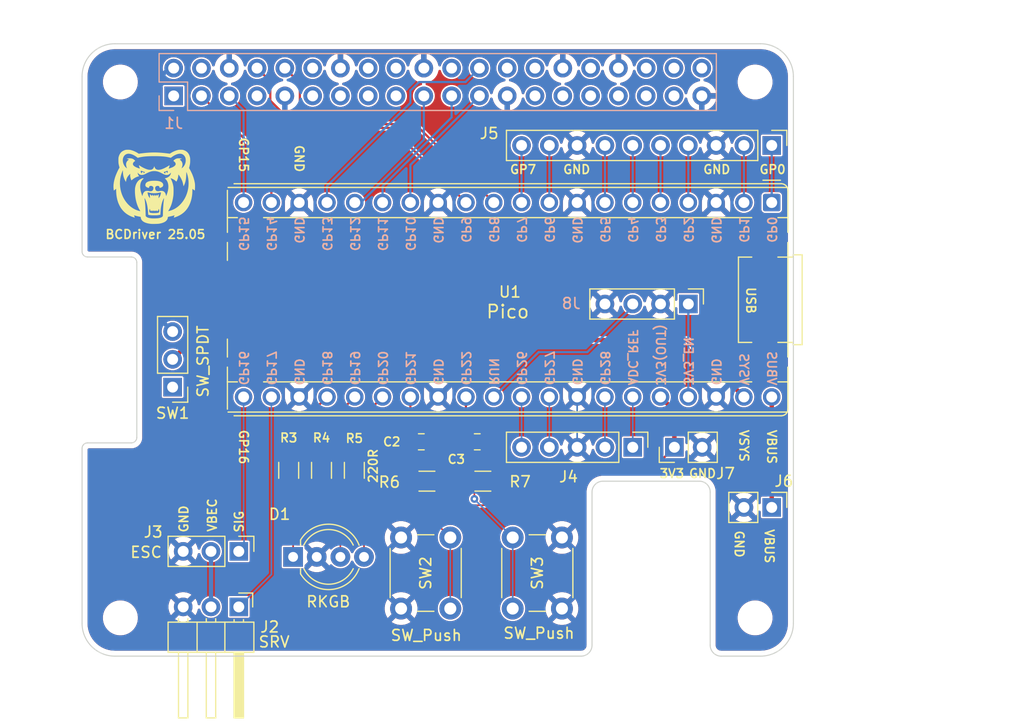
<source format=kicad_pcb>
(kicad_pcb (version 20241229) (generator "pcbnew") (generator_version "9.0")
  (title_block (date "15 nov 2012"))
  (layers (0 "F.Cu" signal) (4 "In1.Cu" signal) (6 "In2.Cu" signal) (2 "B.Cu" signal) (13 "F.Paste" user) (15 "B.Paste" user) (5 "F.SilkS" user "F.Silkscreen") (7 "B.SilkS" user "B.Silkscreen") (1 "F.Mask" user) (3 "B.Mask" user) (25 "Edge.Cuts" user))
  (net 0 "")
  (net 1 "GND")
  (net 2 "/B_LED")
  (net 3 "/R_LED")
  (net 4 "/GPIO4{slash}GPCLK0")
  (net 5 "/G_LED")
  (net 6 "/SDA")
  (net 7 "/GPIO17")
  (net 8 "/GPIO18{slash}PCM.CLK")
  (net 9 "/GPIO27")
  (net 10 "/GPIO22")
  (net 11 "/GPIO23")
  (net 12 "/GPIO24")
  (net 13 "/CE0")
  (net 14 "/RXD")
  (net 15 "/GPIO25")
  (net 16 "/TXD")
  (net 17 "/SCL")
  (net 18 "/GPIO7{slash}SPI0.CE1")
  (net 19 "/ID_SDA")
  (net 20 "/ID_SCL")
  (net 21 "/GPIO5")
  (net 22 "/GPIO6")
  (net 23 "/GPIO12{slash}PWM0")
  (net 24 "/GPIO13{slash}PWM1")
  (net 25 "/GPIO19{slash}PCM.FS")
  (net 26 "/GPIO16")
  (net 27 "/GPIO26")
  (net 28 "/GPIO20{slash}PCM.DIN")
  (net 29 "/GPIO21{slash}PCM.DOUT")
  (net 30 "+5V")
  (net 31 "+3V3")
  (net 32 "/MISO")
  (net 33 "/GP5")
  (net 34 "/MOSI")
  (net 35 "/SCLK")
  (net 36 "VBEC")
  (net 37 "/SERVO_SIG")
  (net 38 "/ESC_SIG")
  (net 39 "Net-(D1-BA)")
  (net 40 "/ADC_VREF")
  (net 41 "Net-(D1-RA)")
  (net 42 "Net-(D1-GA)")
  (net 43 "/GP4")
  (net 44 "/GP0")
  (net 45 "/GP2")
  (net 46 "/GP1")
  (net 47 "/GP3")
  (net 48 "/GP7")
  (net 49 "VBUS")
  (net 50 "/ADC2")
  (net 51 "VSYS")
  (net 52 "/ADC1")
  (net 53 "/ADC0")
  (net 54 "3V3_OUT")
  (net 55 "/RUN")
  (net 56 "/3V3_EN")
  (net 57 "/GP6")
  (net 58 "/SW1")
  (net 59 "/SW2")
  (footprint "Connector_PinHeader_2.54mm:PinHeader_1x03_P2.54mm_Vertical" (layer "F.Cu") (at 114.32 90.42 -90)
    (property "Reference" "J3" (at -1.77 7.82 180) (layer "F.SilkS"))
    (property "Value" "ESC" (at 0.08 8.47 180) (layer "F.SilkS"))
    (pad "1" thru_hole rect (at 0 0 270) (size 1.7 1.7) (drill 1) (layers "*.Cu" "*.Mask") (net 38 "/ESC_SIG"))
    (pad "2" thru_hole circle (at 0 2.54 270) (size 1.7 1.7) (drill 1) (layers "*.Cu" "*.Mask") (net 36 "VBEC"))
    (pad "3" thru_hole circle (at 0 5.08 270) (size 1.7 1.7) (drill 1) (layers "*.Cu" "*.Mask") (net 1 "GND"))
  )
  (footprint "MountingHole:MountingHole_2.7mm_M2.5" (layer "F.Cu") (at 161.5 47.5)
    (property "Reference" "MH2" (hide yes))
    (property "Value" "MountingHole_2.7mm_M2.5" (hide yes))
    (pad "" np_thru_hole circle (at 0 0) (size 2.7 2.7) (drill 2.7) (layers "*.Cu" "*.Mask"))
  )
  (footprint "Connector_PinHeader_2.54mm:PinHeader_1x03_P2.54mm_Vertical" (layer "F.Cu") (at 108.275 75.4 180)
    (property "Reference" "SW1" (at 0 -2.38 0) (layer "F.SilkS"))
    (property "Value" "SW_SPDT" (at -2.775 2.35 90) (layer "F.SilkS"))
    (pad "1" thru_hole rect (at 0 0 180) (size 1.7 1.7) (drill 1) (layers "*.Cu" "*.Mask"))
    (pad "2" thru_hole circle (at 0 2.54 180) (size 1.7 1.7) (drill 1) (layers "*.Cu" "*.Mask") (net 51 "VSYS"))
    (pad "3" thru_hole circle (at 0 5.08 180) (size 1.7 1.7) (drill 1) (layers "*.Cu" "*.Mask") (net 30 "+5V"))
  )
  (footprint "Resistor_SMD:R_1206_3216Metric_Pad1.30x1.75mm_HandSolder" (layer "F.Cu") (at 118.88 83.01 90)
    (property "Reference" "R3" (at 2.97 0 180) (layer "F.SilkS") (effects (font (size 0.8 0.8))))
    (property "Value" "220R" (hide yes))
    (pad "1" smd roundrect (at -1.55 0 90) (size 1.3 1.75) (layers "F.Cu" "F.Mask" "F.Paste") (roundrect_rratio 0.192308) (net 41 "Net-(D1-RA)"))
    (pad "2" smd roundrect (at 1.55 0 90) (size 1.3 1.75) (layers "F.Cu" "F.Mask" "F.Paste") (roundrect_rratio 0.192308) (net 3 "/R_LED"))
  )
  (footprint "Connector_PinHeader_2.54mm:PinHeader_1x04_P2.54mm_Vertical" (layer "F.Cu") (at 155.4 67.8 -90)
    (property "Reference" "J8" (at -0.05 10.7 180) (layer "B.SilkS") (effects (justify mirror)))
    (property "Value" "FUNC")
    (pad "1" thru_hole rect (at 0 0 270) (size 1.7 1.7) (drill 1) (layers "*.Cu" "*.Mask") (net 56 "/3V3_EN"))
    (pad "2" thru_hole circle (at 0 2.54 270) (size 1.7 1.7) (drill 1) (layers "*.Cu" "*.Mask") (net 1 "GND"))
    (pad "3" thru_hole circle (at 0 5.08 270) (size 1.7 1.7) (drill 1) (layers "*.Cu" "*.Mask") (net 55 "/RUN"))
    (pad "4" thru_hole circle (at 0 7.62 270) (size 1.7 1.7) (drill 1) (layers "*.Cu" "*.Mask") (net 1 "GND"))
  )
  (footprint "LED_THT:LED_D5.0mm-4_RGB_Wide_Pins" (layer "F.Cu") (at 119.285 90.925)
    (property "Reference" "D1" (at -1.235 -3.9 0) (layer "F.SilkS"))
    (property "Value" "RKGB" (at 3.215 4.1 0) (layer "F.SilkS"))
    (pad "1" thru_hole rect (at 0 0) (size 1.8 1.8) (drill 0.9) (layers "*.Cu" "*.Mask") (net 41 "Net-(D1-RA)"))
    (pad "2" thru_hole circle (at 2.159 0) (size 1.8 1.8) (drill 0.9) (layers "*.Cu" "*.Mask") (net 1 "GND"))
    (pad "3" thru_hole circle (at 4.318 0) (size 1.8 1.8) (drill 0.9) (layers "*.Cu" "*.Mask") (net 42 "Net-(D1-GA)"))
    (pad "4" thru_hole circle (at 6.477 0) (size 1.8 1.8) (drill 0.9) (layers "*.Cu" "*.Mask") (net 39 "Net-(D1-BA)"))
  )
  (footprint "Resistor_SMD:R_1206_3216Metric_Pad1.30x1.75mm_HandSolder" (layer "F.Cu") (at 121.88 83.01 90)
    (property "Reference" "R4" (at 2.97 0 180) (layer "F.SilkS") (effects (font (size 0.8 0.8))))
    (property "Value" "220R" (hide yes))
    (pad "1" smd roundrect (at -1.55 0 90) (size 1.3 1.75) (layers "F.Cu" "F.Mask" "F.Paste") (roundrect_rratio 0.192308) (net 42 "Net-(D1-GA)"))
    (pad "2" smd roundrect (at 1.55 0 90) (size 1.3 1.75) (layers "F.Cu" "F.Mask" "F.Paste") (roundrect_rratio 0.192308) (net 5 "/G_LED"))
  )
  (footprint "RaspberryPi_Pico:RaspberryPi_Pico_Common_THT" (layer "F.Cu") (at 163.02 58.52 -90)
    (property "Reference" "U1" (at 8.18 25.02 0) (layer "F.SilkS") (effects (justify left)))
    (property "Value" "Pico" (at 9.98 24.12 0) (layer "F.SilkS") (effects (font (size 1.2 1.2) (thickness 0.16))))
    (fp_text user "GP16" (at 20.7 48.26 270) (layer "F.SilkS") (effects (font (size 0.8 0.8)) (justify left)))
    (fp_text user "VSYS" (at 20.7 2.54 270) (layer "F.SilkS") (effects (font (size 0.8 0.8)) (justify left)))
    (fp_text user "USB" (at 7.65 2.375 270) (layer "F.SilkS") (effects (font (size 0.8 0.8) (thickness 0.15) (bold yes)) (justify left bottom)))
    (fp_text user "GND" (at -2.7 43.18 270) (layer "F.SilkS") (effects (font (size 0.8 0.8)) (justify right)))
    (fp_text user "VBUS" (at 20.7 0 270) (layer "F.SilkS") (effects (font (size 0.8 0.8)) (justify left)))
    (fp_text user "GP15" (at -2.7 48.26 270) (layer "F.SilkS") (effects (font (size 0.8 0.8)) (justify right)))
    (fp_text user "GP7" (at 1.2 22.86 270) (layer "B.SilkS") (effects (font (size 0.8 0.8)) (justify right mirror)))
    (fp_text user "GND" (at 16.8 30.48 270) (layer "B.SilkS") (effects (font (size 0.8 0.8)) (justify left mirror)))
    (fp_text user "GP16" (at 16.8 48.26 270) (layer "B.SilkS") (effects (font (size 0.8 0.8)) (justify left mirror)))
    (fp_text user "GP2" (at 1.2 7.62 270) (layer "B.SilkS") (effects (font (size 0.8 0.8)) (justify right mirror)))
    (fp_text user "GP22" (at 16.8 27.94 270) (layer "B.SilkS") (effects (font (size 0.8 0.8)) (justify left mirror)))
    (fp_text user "GND" (at 1.2 43.18 270) (layer "B.SilkS") (effects (font (size 0.8 0.8)) (justify right mirror)))
    (fp_text user "GP19" (at 16.8 38.1 270) (layer "B.SilkS") (effects (font (size 0.8 0.8)) (justify left mirror)))
    (fp_text user "3V3(OUT)" (at 16.8 10.16 270) (layer "B.SilkS") (effects (font (size 0.8 0.8)) (justify left mirror)))
    (fp_text user "GP10" (at 1.2 33.02 270) (layer "B.SilkS") (effects (font (size 0.8 0.8)) (justify right mirror)))
    (fp_text user "GND" (at 16.8 17.78 270) (layer "B.SilkS") (effects (font (size 0.8 0.8)) (justify left mirror)))
    (fp_text user "VBUS" (at 16.8 0 270) (layer "B.SilkS") (effects (font (size 0.8 0.8)) (justify left mirror)))
    (fp_text user "GP13" (at 1.2 40.64 270) (layer "B.SilkS") (effects (font (size 0.8 0.8)) (justify right mirror)))
    (fp_text user "GP6" (at 1.2 20.32 270) (layer "B.SilkS") (effects (font (size 0.8 0.8)) (justify right mirror)))
    (fp_text user "GP18" (at 16.8 40.64 270) (layer "B.SilkS") (effects (font (size 0.8 0.8)) (justify left mirror)))
    (fp_text user "GP14" (at 1.2 45.72 270) (layer "B.SilkS") (effects (font (size 0.8 0.8)) (justify right mirror)))
    (fp_text user "RUN" (at 16.8 25.4 270) (layer "B.SilkS") (effects (font (size 0.8 0.8)) (justify left mirror)))
    (fp_text user "3V3_EN" (at 16.8 7.62 270) (layer "B.SilkS") (effects (font (size 0.8 0.8)) (justify left mirror)))
    (fp_text user "GP17" (at 16.8 45.72 270) (layer "B.SilkS") (effects (font (size 0.8 0.8)) (justify left mirror)))
    (fp_text user "GP28" (at 16.8 15.24 270) (layer "B.SilkS") (effects (font (size 0.8 0.8)) (justify left mirror)))
    (fp_text user "GP5" (at 1.2 15.24 270) (layer "B.SilkS") (effects (font (size 0.8 0.8)) (justify right mirror)))
    (fp_text user "GP9" (at 1.2 27.94 270) (layer "B.SilkS") (effects (font (size 0.8 0.8)) (justify right mirror)))
    (fp_text user "GND" (at 1.2 17.78 270) (layer "B.SilkS") (effects (font (size 0.8 0.8)) (justify right mirror)))
    (fp_text user "GP20" (at 16.8 35.56 270) (layer "B.SilkS") (effects (font (size 0.8 0.8)) (justify left mirror)))
    (fp_text user "GP15" (at 1.2 48.26 270) (layer "B.SilkS") (effects (font (size 0.8 0.8)) (justify right mirror)))
    (fp_text user "GP27" (at 16.8 20.32 270) (layer "B.SilkS") (effects (font (size 0.8 0.8)) (justify left mirror)))
    (fp_text user "GND" (at 1.2 5.08 270) (layer "B.SilkS") (effects (font (size 0.8 0.8)) (justify right mirror)))
    (fp_text user "GP11" (at 1.2 35.56 270) (layer "B.SilkS") (effects (font (size 0.8 0.8)) (justify right mirror)))
    (fp_text user "ADC_REF" (at 16.8 12.7 270) (layer "B.SilkS") (effects (font (size 0.8 0.8)) (justify left mirror)))
    (fp_text user "GP21" (at 16.8 33.02 270) (layer "B.SilkS") (effects (font (size 0.8 0.8)) (justify left mirror)))
    (fp_text user "GP12" (at 1.2 38.1 270) (layer "B.SilkS") (effects (font (size 0.8 0.8)) (justify right mirror)))
    (fp_text user "GP3" (at 1.2 10.16 270) (layer "B.SilkS") (effects (font (size 0.8 0.8)) (justify right mirror)))
    (fp_text user "VSYS" (at 16.8 2.54 270) (layer "B.SilkS") (effects (font (size 0.8 0.8)) (justify left mirror)))
    (fp_text user "GP8" (at 1.2 25.4 270) (layer "B.SilkS") (effects (font (size 0.8 0.8)) (justify right mirror)))
    (fp_text user "GP4" (at 1.2 12.7 270) (layer "B.SilkS") (effects (font (size 0.8 0.8)) (justify right mirror)))
    (fp_text user "GND" (at 16.8 43.18 270) (layer "B.SilkS") (effects (font (size 0.8 0.8)) (justify left mirror)))
    (fp_text user "GND" (at 1.2 30.48 270) (layer "B.SilkS") (effects (font (size 0.8 0.8)) (justify right mirror)))
    (fp_text user "GP0" (at 1.2 0 270) (layer "B.SilkS") (effects (font (size 0.8 0.8)) (justify right mirror)))
    (fp_text user "GP1" (at 1.2 2.54 270) (layer "B.SilkS") (effects (font (size 0.8 0.8)) (justify right mirror)))
    (fp_text user "GND" (at 16.8 5.08 270) (layer "B.SilkS") (effects (font (size 0.8 0.8)) (justify left mirror)))
    (fp_text user "GP26" (at 16.8 22.86 270) (layer "B.SilkS") (effects (font (size 0.8 0.8)) (justify left mirror)))
    (pad "1" thru_hole roundrect (at 0 0 270) (size 1.6 1.6) (drill 1) (layers "*.Cu" "*.Mask") (roundrect_rratio 0.125) (net 44 "/GP0"))
    (pad "2" thru_hole circle (at 0 2.54 270) (size 1.6 1.6) (drill 1) (layers "*.Cu" "*.Mask") (net 46 "/GP1"))
    (pad "3" thru_hole custom (at 0 5.08 270) (size 1.6 1.6) (drill 1) (layers "*.Cu" "*.Mask") (net 1 "GND") (options (clearance outline) (anchor circle)) (primitives (gr_poly (pts (xy 0.8 0.6) (xy 0.8 -0.6) (xy 0.6 -0.8) (xy 0 -0.8) (xy 0 0.8) (xy 0.6 0.8)) (width 0) (fill yes)) (gr_circle (center 0.6 0.6) (end 0.8 0.6) (width 0) (fill yes)) (gr_circle (center 0.6 -0.6) (end 0.8 -0.6) (width 0) (fill yes))))
    (pad "4" thru_hole circle (at 0 7.62 270) (size 1.6 1.6) (drill 1) (layers "*.Cu" "*.Mask") (net 45 "/GP2"))
    (pad "5" thru_hole circle (at 0 10.16 270) (size 1.6 1.6) (drill 1) (layers "*.Cu" "*.Mask") (net 47 "/GP3"))
    (pad "6" thru_hole circle (at 0 12.7 270) (size 1.6 1.6) (drill 1) (layers "*.Cu" "*.Mask") (net 43 "/GP4"))
    (pad "7" thru_hole circle (at 0 15.24 270) (size 1.6 1.6) (drill 1) (layers "*.Cu" "*.Mask") (net 33 "/GP5"))
    (pad "8" thru_hole custom (at 0 17.78 270) (size 1.6 1.6) (drill 1) (layers "*.Cu" "*.Mask") (net 1 "GND") (options (clearance outline) (anchor circle)) (primitives (gr_poly (pts (xy 0.8 0.6) (xy 0.8 -0.6) (xy 0.6 -0.8) (xy 0 -0.8) (xy 0 0.8) (xy 0.6 0.8)) (width 0) (fill yes)) (gr_circle (center 0.6 0.6) (end 0.8 0.6) (width 0) (fill yes)) (gr_circle (center 0.6 -0.6) (end 0.8 -0.6) (width 0) (fill yes))))
    (pad "9" thru_hole circle (at 0 20.32 270) (size 1.6 1.6) (drill 1) (layers "*.Cu" "*.Mask") (net 57 "/GP6"))
    (pad "10" thru_hole circle (at 0 22.86 270) (size 1.6 1.6) (drill 1) (layers "*.Cu" "*.Mask") (net 48 "/GP7"))
    (pad "11" thru_hole circle (at 0 25.4 270) (size 1.6 1.6) (drill 1) (layers "*.Cu" "*.Mask") (net 14 "/RXD"))
    (pad "12" thru_hole circle (at 0 27.94 270) (size 1.6 1.6) (drill 1) (layers "*.Cu" "*.Mask") (net 16 "/TXD"))
    (pad "13" thru_hole custom (at 0 30.48 270) (size 1.6 1.6) (drill 1) (layers "*.Cu" "*.Mask") (net 1 "GND") (options (clearance outline) (anchor circle)) (primitives (gr_poly (pts (xy 0.8 0.6) (xy 0.8 -0.6) (xy 0.6 -0.8) (xy 0 -0.8) (xy 0 0.8) (xy 0.6 0.8)) (width 0) (fill yes)) (gr_circle (center 0.6 0.6) (end 0.8 0.6) (width 0) (fill yes)) (gr_circle (center 0.6 -0.6) (end 0.8 -0.6) (width 0) (fill yes))))
    (pad "14" thru_hole circle (at 0 33.02 270) (size 1.6 1.6) (drill 1) (layers "*.Cu" "*.Mask") (net 35 "/SCLK"))
    (pad "15" thru_hole circle (at 0 35.56 270) (size 1.6 1.6) (drill 1) (layers "*.Cu" "*.Mask") (net 32 "/MISO"))
    (pad "16" thru_hole circle (at 0 38.1 270) (size 1.6 1.6) (drill 1) (layers "*.Cu" "*.Mask") (net 34 "/MOSI"))
    (pad "17" thru_hole circle (at 0 40.64 270) (size 1.6 1.6) (drill 1) (layers "*.Cu" "*.Mask") (net 13 "/CE0"))
    (pad "18" thru_hole custom (at 0 43.18 270) (size 1.6 1.6) (drill 1) (layers "*.Cu" "*.Mask") (net 1 "GND") (options (clearance outline) (anchor circle)) (primitives (gr_poly (pts (xy 0.8 0.6) (xy 0.8 -0.6) (xy 0.6 -0.8) (xy 0 -0.8) (xy 0 0.8) (xy 0.6 0.8)) (width 0) (fill yes)) (gr_circle (center 0.6 0.6) (end 0.8 0.6) (width 0) (fill yes)) (gr_circle (center 0.6 -0.6) (end 0.8 -0.6) (width 0) (fill yes))))
    (pad "19" thru_hole circle (at 0 45.72 270) (size 1.6 1.6) (drill 1) (layers "*.Cu" "*.Mask") (net 6 "/SDA"))
    (pad "20" thru_hole circle (at 0 48.26 270) (size 1.6 1.6) (drill 1) (layers "*.Cu" "*.Mask") (net 17 "/SCL"))
    (pad "21" thru_hole circle (at 17.78 48.26 270) (size 1.6 1.6) (drill 1) (layers "*.Cu" "*.Mask") (net 38 "/ESC_SIG"))
    (pad "22" thru_hole circle (at 17.78 45.72 270) (size 1.6 1.6) (drill 1) (layers "*.Cu" "*.Mask") (net 37 "/SERVO_SIG"))
    (pad "23" thru_hole custom (at 17.78 43.18 270) (size 1.6 1.6) (drill 1) (layers "*.Cu" "*.Mask") (net 1 "GND") (options (clearance outline) (anchor circle)) (primitives (gr_poly (pts (xy -0.8 0.6) (xy -0.8 -0.6) (xy -0.6 -0.8) (xy 0 -0.8) (xy 0 0.8) (xy -0.6 0.8)) (width 0) (fill yes)) (gr_circle (center -0.6 0.6) (end -0.4 0.6) (width 0) (fill yes)) (gr_circle (center -0.6 -0.6) (end -0.4 -0.6) (width 0) (fill yes))))
    (pad "24" thru_hole circle (at 17.78 40.64 270) (size 1.6 1.6) (drill 1) (layers "*.Cu" "*.Mask") (net 3 "/R_LED"))
    (pad "25" thru_hole circle (at 17.78 38.1 270) (size 1.6 1.6) (drill 1) (layers "*.Cu" "*.Mask") (net 5 "/G_LED"))
    (pad "26" thru_hole circle (at 17.78 35.56 270) (size 1.6 1.6) (drill 1) (layers "*.Cu" "*.Mask") (net 2 "/B_LED"))
    (pad "27" thru_hole circle (at 17.78 33.02 270) (size 1.6 1.6) (drill 1) (layers "*.Cu" "*.Mask") (net 58 "/SW1"))
    (pad "28" thru_hole custom (at 17.78 30.48 270) (size 1.6 1.6) (drill 1) (layers "*.Cu" "*.Mask") (net 1 "GND") (options (clearance outline) (anchor circle)) (primitives (gr_poly (pts (xy -0.8 0.6) (xy -0.8 -0.6) (xy -0.6 -0.8) (xy 0 -0.8) (xy 0 0.8) (xy -0.6 0.8)) (width 0) (fill yes)) (gr_circle (center -0.6 0.6) (end -0.4 0.6) (width 0) (fill yes)) (gr_circle (center -0.6 -0.6) (end -0.4 -0.6) (width 0) (fill yes))))
    (pad "29" thru_hole circle (at 17.78 27.94 270) (size 1.6 1.6) (drill 1) (layers "*.Cu" "*.Mask") (net 59 "/SW2"))
    (pad "30" thru_hole circle (at 17.78 25.4 270) (size 1.6 1.6) (drill 1) (layers "*.Cu" "*.Mask") (net 55 "/RUN"))
    (pad "31" thru_hole circle (at 17.78 22.86 270) (size 1.6 1.6) (drill 1) (layers "*.Cu" "*.Mask") (net 53 "/ADC0"))
    (pad "32" thru_hole circle (at 17.78 20.32 270) (size 1.6 1.6) (drill 1) (layers "*.Cu" "*.Mask") (net 52 "/ADC1"))
    (pad "33" thru_hole custom (at 17.78 17.78 270) (size 1.6 1.6) (drill 1) (layers "*.Cu" "*.Mask") (net 1 "GND") (options (clearance outline) (anchor circle)) (primitives (gr_poly (pts (xy -0.8 0.6) (xy -0.8 -0.6) (xy -0.6 -0.8) (xy 0 -0.8) (xy 0 0.8) (xy -0.6 0.8)) (width 0) (fill yes)) (gr_circle (center -0.6 0.6) (end -0.4 0.6) (width 0) (fill yes)) (gr_circle (center -0.6 -0.6) (end -0.4 -0.6) (width 0) (fill yes))))
    (pad "34" thru_hole circle (at 17.78 15.24 270) (size 1.6 1.6) (drill 1) (layers "*.Cu" "*.Mask") (net 50 "/ADC2"))
    (pad "35" thru_hole circle (at 17.78 12.7 270) (size 1.6 1.6) (drill 1) (layers "*.Cu" "*.Mask") (net 40 "/ADC_VREF"))
    (pad "36" thru_hole circle (at 17.78 10.16 270) (size 1.6 1.6) (drill 1) (layers "*.Cu" "*.Mask") (net 54 "3V3_OUT"))
    (pad "37" thru_hole circle (at 17.78 7.62 270) (size 1.6 1.6) (drill 1) (layers "*.Cu" "*.Mask") (net 56 "/3V3_EN"))
    (pad "38" thru_hole custom (at 17.78 5.08 270) (size 1.6 1.6) (drill 1) (layers "*.Cu" "*.Mask") (net 1 "GND") (options (clearance outline) (anchor circle)) (primitives (gr_poly (pts (xy -0.8 0.6) (xy -0.8 -0.6) (xy -0.6 -0.8) (xy 0 -0.8) (xy 0 0.8) (xy -0.6 0.8)) (width 0) (fill yes)) (gr_circle (center -0.6 0.6) (end -0.4 0.6) (width 0) (fill yes)) (gr_circle (center -0.6 -0.6) (end -0.4 -0.6) (width 0) (fill yes))))
    (pad "39" thru_hole circle (at 17.78 2.54 270) (size 1.6 1.6) (drill 1) (layers "*.Cu" "*.Mask") (net 51 "VSYS"))
    (pad "40" thru_hole circle (at 17.78 0 270) (size 1.6 1.6) (drill 1) (layers "*.Cu" "*.Mask") (net 49 "VBUS"))
  )
  (footprint "MountingHole:MountingHole_2.7mm_M2.5" (layer "F.Cu") (at 103.5 96.5)
    (property "Reference" "MH3" (hide yes))
    (property "Value" "MountingHole_2.7mm_M2.5" (hide yes))
    (pad "" np_thru_hole circle (at 0 0) (size 2.7 2.7) (drill 2.7) (layers "*.Cu" "*.Mask"))
  )
  (footprint "Resistor_SMD:R_1206_3216Metric_Pad1.30x1.75mm_HandSolder" (layer "F.Cu") (at 124.88 83.01 90)
    (property "Reference" "R5" (at 2.92 0 180) (layer "F.SilkS") (effects (font (size 0.8 0.8))))
    (property "Value" "220R" (at 0.41 1.72 90) (layer "F.SilkS") (effects (font (size 0.8 0.8))))
    (pad "1" smd roundrect (at -1.55 0 90) (size 1.3 1.75) (layers "F.Cu" "F.Mask" "F.Paste") (roundrect_rratio 0.192308) (net 39 "Net-(D1-BA)"))
    (pad "2" smd roundrect (at 1.55 0 90) (size 1.3 1.75) (layers "F.Cu" "F.Mask" "F.Paste") (roundrect_rratio 0.192308) (net 2 "/B_LED"))
  )
  (footprint "MountingHole:MountingHole_2.7mm_M2.5" (layer "F.Cu") (at 103.5 47.5)
    (property "Reference" "MH1" (hide yes))
    (property "Value" "MountingHole_2.7mm_M2.5" (hide yes))
    (pad "" np_thru_hole circle (at 0 0) (size 2.7 2.7) (drill 2.7) (layers "*.Cu" "*.Mask"))
  )
  (footprint "Resistor_SMD:R_1206_3216Metric_Pad1.30x1.75mm_HandSolder" (layer "F.Cu") (at 131.5125 84)
    (property "Reference" "R6" (at -3.43 0.09 0) (layer "F.SilkS"))
    (property "Value" "1k")
    (pad "1" smd roundrect (at -1.55 0) (size 1.3 1.75) (layers "F.Cu" "F.Mask" "F.Paste") (roundrect_rratio 0.192308) (net 58 "/SW1"))
    (pad "2" smd roundrect (at 1.55 0) (size 1.3 1.75) (layers "F.Cu" "F.Mask" "F.Paste") (roundrect_rratio 0.192308) (net 54 "3V3_OUT"))
  )
  (footprint "Connector_PinHeader_2.54mm:PinHeader_1x03_P2.54mm_Horizontal" (layer "F.Cu") (at 114.32 95.5 -90)
    (property "Reference" "J2" (at 1.83 -2.83 180) (layer "F.SilkS"))
    (property "Value" "SRV" (at 3.2 -3.23 0) (layer "F.SilkS"))
    (pad "1" thru_hole rect (at 0 0 270) (size 1.7 1.7) (drill 1) (layers "*.Cu" "*.Mask") (net 37 "/SERVO_SIG"))
    (pad "2" thru_hole circle (at 0 2.54 270) (size 1.7 1.7) (drill 1) (layers "*.Cu" "*.Mask") (net 36 "VBEC"))
    (pad "3" thru_hole circle (at 0 5.08 270) (size 1.7 1.7) (drill 1) (layers "*.Cu" "*.Mask") (net 1 "GND"))
  )
  (footprint "Resistor_SMD:R_1206_3216Metric_Pad1.30x1.75mm_HandSolder" (layer "F.Cu") (at 136.625 84)
    (property "Reference" "R7" (at 3.4 0.05 0) (layer "F.SilkS"))
    (property "Value" "1k")
    (pad "1" smd roundrect (at -1.55 0) (size 1.3 1.75) (layers "F.Cu" "F.Mask" "F.Paste") (roundrect_rratio 0.192308) (net 59 "/SW2"))
    (pad "2" smd roundrect (at 1.55 0) (size 1.3 1.75) (layers "F.Cu" "F.Mask" "F.Paste") (roundrect_rratio 0.192308) (net 54 "3V3_OUT"))
  )
  (footprint "Capacitor_SMD:C_0805_2012Metric_Pad1.18x1.45mm_HandSolder" (layer "F.Cu") (at 131 80.4)
    (property "Reference" "C2" (at -2.7 0 0) (layer "F.SilkS") (effects (font (size 0.8 0.8))))
    (property "Value" "100n")
    (pad "1" smd roundrect (at -1.0375 0) (size 1.175 1.45) (layers "F.Cu" "F.Mask" "F.Paste") (roundrect_rratio 0.212766) (net 58 "/SW1"))
    (pad "2" smd roundrect (at 1.0375 0) (size 1.175 1.45) (layers "F.Cu" "F.Mask" "F.Paste") (roundrect_rratio 0.212766) (net 1 "GND"))
  )
  (footprint "Connector_PinHeader_2.54mm:PinHeader_1x02_P2.54mm_Vertical" (layer "F.Cu") (at 154.125 80.9 90)
    (property "Reference" "J7" (at -2.4 4.675 180) (layer "F.SilkS"))
    (property "Value" "3V3_OUT")
    (pad "1" thru_hole rect (at 0 0 90) (size 1.7 1.7) (drill 1) (layers "*.Cu" "*.Mask") (net 54 "3V3_OUT"))
    (pad "2" thru_hole circle (at 0 2.54 90) (size 1.7 1.7) (drill 1) (layers "*.Cu" "*.Mask") (net 1 "GND"))
  )
  (footprint "Button_Switch_THT:SW_PUSH_6mm_H5mm" (layer "F.Cu") (at 143.85 89.15 -90)
    (property "Reference" "SW3")
    (property "Value" "SW_Push" (at 8.75 2.1 180) (layer "F.SilkS"))
    (fp_text user "${REFERENCE}" (at 3.25 2.25 90) (layer "F.SilkS"))
    (pad "1" thru_hole circle (at 0 0) (size 2 2) (drill 1.1) (layers "*.Cu" "*.Mask") (net 1 "GND"))
    (pad "1" thru_hole circle (at 6.5 0) (size 2 2) (drill 1.1) (layers "*.Cu" "*.Mask") (net 1 "GND"))
    (pad "2" thru_hole circle (at 0 4.5) (size 2 2) (drill 1.1) (layers "*.Cu" "*.Mask") (net 59 "/SW2"))
    (pad "2" thru_hole circle (at 6.5 4.5) (size 2 2) (drill 1.1) (layers "*.Cu" "*.Mask") (net 59 "/SW2"))
  )
  (footprint "MountingHole:MountingHole_2.7mm_M2.5" (layer "F.Cu") (at 161.5 96.5)
    (property "Reference" "MH4" (hide yes))
    (property "Value" "MountingHole_2.7mm_M2.5" (hide yes))
    (pad "" np_thru_hole circle (at 0 0) (size 2.7 2.7) (drill 2.7) (layers "*.Cu" "*.Mask"))
  )
  (footprint "Connector_PinHeader_2.54mm:PinHeader_1x05_P2.54mm_Vertical" (layer "F.Cu") (at 150.32 80.9 -90)
    (property "Reference" "J4" (at 2.7 5.87 180) (layer "F.SilkS"))
    (property "Value" "ADC")
    (pad "1" thru_hole rect (at 0 0 270) (size 1.7 1.7) (drill 1) (layers "*.Cu" "*.Mask") (net 40 "/ADC_VREF"))
    (pad "2" thru_hole circle (at 0 2.54 270) (size 1.7 1.7) (drill 1) (layers "*.Cu" "*.Mask") (net 50 "/ADC2"))
    (pad "3" thru_hole circle (at 0 5.08 270) (size 1.7 1.7) (drill 1) (layers "*.Cu" "*.Mask") (net 1 "GND"))
    (pad "4" thru_hole circle (at 0 7.62 270) (size 1.7 1.7) (drill 1) (layers "*.Cu" "*.Mask") (net 52 "/ADC1"))
    (pad "5" thru_hole circle (at 0 10.16 270) (size 1.7 1.7) (drill 1) (layers "*.Cu" "*.Mask") (net 53 "/ADC0"))
  )
  (footprint "logo_lib:bear_logo" (layer "F.Cu") (at 106.6 57.1)
    (property "Reference" "G***" (hide yes))
    (property "Value" "LOGO" (hide yes))
  )
  (footprint "Connector_PinHeader_2.54mm:PinHeader_1x02_P2.54mm_Vertical" (layer "F.Cu") (at 163.02 86.4 -90)
    (property "Reference" "J6" (at -2.4 -1.11 180) (layer "F.SilkS"))
    (property "Value" "VBUS_OUT")
    (pad "1" thru_hole rect (at 0 0 270) (size 1.7 1.7) (drill 1) (layers "*.Cu" "*.Mask") (net 49 "VBUS"))
    (pad "2" thru_hole circle (at 0 2.54 270) (size 1.7 1.7) (drill 1) (layers "*.Cu" "*.Mask") (net 1 "GND"))
  )
  (footprint "Button_Switch_THT:SW_PUSH_6mm_H5mm" (layer "F.Cu") (at 129.15 95.65 90)
    (property "Reference" "SW2")
    (property "Value" "SW_Push" (at -2.45 2.3 180) (layer "F.SilkS"))
    (fp_text user "${REFERENCE}" (at 3.25 2.25 90) (layer "F.SilkS"))
    (pad "1" thru_hole circle (at 0 0 180) (size 2 2) (drill 1.1) (layers "*.Cu" "*.Mask") (net 1 "GND"))
    (pad "1" thru_hole circle (at 6.5 0 180) (size 2 2) (drill 1.1) (layers "*.Cu" "*.Mask") (net 1 "GND"))
    (pad "2" thru_hole circle (at 0 4.5 180) (size 2 2) (drill 1.1) (layers "*.Cu" "*.Mask") (net 58 "/SW1"))
    (pad "2" thru_hole circle (at 6.5 4.5 180) (size 2 2) (drill 1.1) (layers "*.Cu" "*.Mask") (net 58 "/SW1"))
  )
  (footprint "Connector_PinHeader_2.54mm:PinHeader_1x10_P2.54mm_Vertical" (layer "F.Cu") (at 163.02 53.3 -90)
    (property "Reference" "J5" (at -1.1 25.82 180) (layer "F.SilkS"))
    (property "Value" "GP_Breakout")
    (pad "1" thru_hole rect (at 0 0 270) (size 1.7 1.7) (drill 1) (layers "*.Cu" "*.Mask") (net 44 "/GP0"))
    (pad "2" thru_hole circle (at 0 2.54 270) (size 1.7 1.7) (drill 1) (layers "*.Cu" "*.Mask") (net 46 "/GP1"))
    (pad "3" thru_hole circle (at 0 5.08 270) (size 1.7 1.7) (drill 1) (layers "*.Cu" "*.Mask") (net 1 "GND"))
    (pad "4" thru_hole circle (at 0 7.62 270) (size 1.7 1.7) (drill 1) (layers "*.Cu" "*.Mask") (net 45 "/GP2"))
    (pad "5" thru_hole circle (at 0 10.16 270) (size 1.7 1.7) (drill 1) (layers "*.Cu" "*.Mask") (net 47 "/GP3"))
    (pad "6" thru_hole circle (at 0 12.7 270) (size 1.7 1.7) (drill 1) (layers "*.Cu" "*.Mask") (net 43 "/GP4"))
    (pad "7" thru_hole circle (at 0 15.24 270) (size 1.7 1.7) (drill 1) (layers "*.Cu" "*.Mask") (net 33 "/GP5"))
    (pad "8" thru_hole circle (at 0 17.78 270) (size 1.7 1.7) (drill 1) (layers "*.Cu" "*.Mask") (net 1 "GND"))
    (pad "9" thru_hole circle (at 0 20.32 270) (size 1.7 1.7) (drill 1) (layers "*.Cu" "*.Mask") (net 57 "/GP6"))
    (pad "10" thru_hole circle (at 0 22.86 270) (size 1.7 1.7) (drill 1) (layers "*.Cu" "*.Mask") (net 48 "/GP7"))
  )
  (footprint "Capacitor_SMD:C_0805_2012Metric_Pad1.18x1.45mm_HandSolder" (layer "F.Cu") (at 136.1125 80.4)
    (property "Reference" "C3" (at -1.9125 1.6 0) (layer "F.SilkS") (effects (font (size 0.8 0.8))))
    (property "Value" "100n")
    (pad "1" smd roundrect (at -1.0375 0) (size 1.175 1.45) (layers "F.Cu" "F.Mask" "F.Paste") (roundrect_rratio 0.212766) (net 59 "/SW2"))
    (pad "2" smd roundrect (at 1.0375 0) (size 1.175 1.45) (layers "F.Cu" "F.Mask" "F.Paste") (roundrect_rratio 0.212766) (net 1 "GND"))
  )
  (footprint "Connector_PinSocket_2.54mm:PinSocket_2x20_P2.54mm_Vertical" (layer "B.Cu") (at 108.37 48.77 -90)
    (property "Reference" "J1" (at 2.5 0 0) (layer "B.SilkS") (effects (justify mirror)))
    (property "Value" "GPIO")
    (pad "1" thru_hole rect (at 0 0 270) (size 1.7 1.7) (drill 1) (layers "*.Cu" "*.Mask") (net 31 "+3V3"))
    (pad "2" thru_hole oval (at -2.54 0 270) (size 1.7 1.7) (drill 1) (layers "*.Cu" "*.Mask") (net 30 "+5V"))
    (pad "3" thru_hole oval (at 0 -2.54 270) (size 1.7 1.7) (drill 1) (layers "*.Cu" "*.Mask") (net 6 "/SDA"))
    (pad "4" thru_hole oval (at -2.54 -2.54 270) (size 1.7 1.7) (drill 1) (layers "*.Cu" "*.Mask") (net 30 "+5V"))
    (pad "5" thru_hole oval (at 0 -5.08 270) (size 1.7 1.7) (drill 1) (layers "*.Cu" "*.Mask") (net 17 "/SCL"))
    (pad "6" thru_hole oval (at -2.54 -5.08 270) (size 1.7 1.7) (drill 1) (layers "*.Cu" "*.Mask") (net 1 "GND"))
    (pad "7" thru_hole oval (at 0 -7.62 270) (size 1.7 1.7) (drill 1) (layers "*.Cu" "*.Mask") (net 4 "/GPIO4{slash}GPCLK0"))
    (pad "8" thru_hole oval (at -2.54 -7.62 270) (size 1.7 1.7) (drill 1) (layers "*.Cu" "*.Mask") (net 16 "/TXD"))
    (pad "9" thru_hole oval (at 0 -10.16 270) (size 1.7 1.7) (drill 1) (layers "*.Cu" "*.Mask") (net 1 "GND"))
    (pad "10" thru_hole oval (at -2.54 -10.16 270) (size 1.7 1.7) (drill 1) (layers "*.Cu" "*.Mask") (net 14 "/RXD"))
    (pad "11" thru_hole oval (at 0 -12.7 270) (size 1.7 1.7) (drill 1) (layers "*.Cu" "*.Mask") (net 7 "/GPIO17"))
    (pad "12" thru_hole oval (at -2.54 -12.7 270) (size 1.7 1.7) (drill 1) (layers "*.Cu" "*.Mask") (net 8 "/GPIO18{slash}PCM.CLK"))
    (pad "13" thru_hole oval (at 0 -15.24 270) (size 1.7 1.7) (drill 1) (layers "*.Cu" "*.Mask") (net 9 "/GPIO27"))
    (pad "14" thru_hole oval (at -2.54 -15.24 270) (size 1.7 1.7) (drill 1) (layers "*.Cu" "*.Mask") (net 1 "GND"))
    (pad "15" thru_hole oval (at 0 -17.78 270) (size 1.7 1.7) (drill 1) (layers "*.Cu" "*.Mask") (net 10 "/GPIO22"))
    (pad "16" thru_hole oval (at -2.54 -17.78 270) (size 1.7 1.7) (drill 1) (layers "*.Cu" "*.Mask") (net 11 "/GPIO23"))
    (pad "17" thru_hole oval (at 0 -20.32 270) (size 1.7 1.7) (drill 1) (layers "*.Cu" "*.Mask") (net 31 "+3V3"))
    (pad "18" thru_hole oval (at -2.54 -20.32 270) (size 1.7 1.7) (drill 1) (layers "*.Cu" "*.Mask") (net 12 "/GPIO24"))
    (pad "19" thru_hole oval (at 0 -22.86 270) (size 1.7 1.7) (drill 1) (layers "*.Cu" "*.Mask") (net 34 "/MOSI"))
    (pad "20" thru_hole oval (at -2.54 -22.86 270) (size 1.7 1.7) (drill 1) (layers "*.Cu" "*.Mask") (net 1 "GND"))
    (pad "21" thru_hole oval (at 0 -25.4 270) (size 1.7 1.7) (drill 1) (layers "*.Cu" "*.Mask") (net 32 "/MISO"))
    (pad "22" thru_hole oval (at -2.54 -25.4 270) (size 1.7 1.7) (drill 1) (layers "*.Cu" "*.Mask") (net 15 "/GPIO25"))
    (pad "23" thru_hole oval (at 0 -27.94 270) (size 1.7 1.7) (drill 1) (layers "*.Cu" "*.Mask") (net 35 "/SCLK"))
    (pad "24" thru_hole oval (at -2.54 -27.94 270) (size 1.7 1.7) (drill 1) (layers "*.Cu" "*.Mask") (net 13 "/CE0"))
    (pad "25" thru_hole oval (at 0 -30.48 270) (size 1.7 1.7) (drill 1) (layers "*.Cu" "*.Mask") (net 1 "GND"))
    (pad "26" thru_hole oval (at -2.54 -30.48 270) (size 1.7 1.7) (drill 1) (layers "*.Cu" "*.Mask") (net 18 "/GPIO7{slash}SPI0.CE1"))
    (pad "27" thru_hole oval (at 0 -33.02 270) (size 1.7 1.7) (drill 1) (layers "*.Cu" "*.Mask") (net 19 "/ID_SDA"))
    (pad "28" thru_hole oval (at -2.54 -33.02 270) (size 1.7 1.7) (drill 1) (layers "*.Cu" "*.Mask") (net 20 "/ID_SCL"))
    (pad "29" thru_hole oval (at 0 -35.56 270) (size 1.7 1.7) (drill 1) (layers "*.Cu" "*.Mask") (net 21 "/GPIO5"))
    (pad "30" thru_hole oval (at -2.54 -35.56 270) (size 1.7 1.7) (drill 1) (layers "*.Cu" "*.Mask") (net 1 "GND"))
    (pad "31" thru_hole oval (at 0 -38.1 270) (size 1.7 1.7) (drill 1) (layers "*.Cu" "*.Mask") (net 22 "/GPIO6"))
    (pad "32" thru_hole oval (at -2.54 -38.1 270) (size 1.7 1.7) (drill 1) (layers "*.Cu" "*.Mask") (net 23 "/GPIO12{slash}PWM0"))
    (pad "33" thru_hole oval (at 0 -40.64 270) (size 1.7 1.7) (drill 1) (layers "*.Cu" "*.Mask") (net 24 "/GPIO13{slash}PWM1"))
    (pad "34" thru_hole oval (at -2.54 -40.64 270) (size 1.7 1.7) (drill 1) (layers "*.Cu" "*.Mask") (net 1 "GND"))
    (pad "35" thru_hole oval (at 0 -43.18 270) (size 1.7 1.7) (drill 1) (layers "*.Cu" "*.Mask") (net 25 "/GPIO19{slash}PCM.FS"))
    (pad "36" thru_hole oval (at -2.54 -43.18 270) (size 1.7 1.7) (drill 1) (layers "*.Cu" "*.Mask") (net 26 "/GPIO16"))
    (pad "37" thru_hole oval (at 0 -45.72 270) (size 1.7 1.7) (drill 1) (layers "*.Cu" "*.Mask") (net 27 "/GPIO26"))
    (pad "38" thru_hole oval (at -2.54 -45.72 270) (size 1.7 1.7) (drill 1) (layers "*.Cu" "*.Mask") (net 28 "/GPIO20{slash}PCM.DIN"))
    (pad "39" thru_hole oval (at 0 -48.26 270) (size 1.7 1.7) (drill 1) (layers "*.Cu" "*.Mask") (net 1 "GND"))
    (pad "40" thru_hole oval (at -2.54 -48.26 270) (size 1.7 1.7) (drill 1) (layers "*.Cu" "*.Mask") (net 29 "/GPIO21{slash}PCM.DOUT"))
  )
  (gr_line (start 162 100) (end 158.4 100) (stroke (width 0.1)) (layer "Edge.Cuts"))
  (gr_arc (start 156.4 84) (mid 157.107107 84.292893) (end 157.4 85) (stroke (width 0.1)) (layer "Edge.Cuts"))
  (gr_arc (start 100.5 63.5) (mid 100.146447 63.353553) (end 100 63) (stroke (width 0.1)) (layer "Edge.Cuts"))
  (gr_arc (start 162 44) (mid 164.12132 44.87868) (end 165 47) (stroke (width 0.1)) (layer "Edge.Cuts"))
  (gr_line (start 165 97) (end 165 47) (stroke (width 0.1)) (layer "Edge.Cuts"))
  (gr_line (start 100 47) (end 100 63) (stroke (width 0.1)) (layer "Edge.Cuts"))
  (gr_line (start 146.6 85) (end 146.599999 99) (stroke (width 0.1)) (layer "Edge.Cuts"))
  (gr_arc (start 103 100) (mid 100.87868 99.12132) (end 100 97) (stroke (width 0.1)) (layer "Edge.Cuts"))
  (gr_arc (start 146.6 99) (mid 146.307107 99.707107) (end 145.6 100) (stroke (width 0.1)) (layer "Edge.Cuts"))
  (gr_arc (start 146.6 85) (mid 146.892893 84.292893) (end 147.6 84) (stroke (width 0.1)) (layer "Edge.Cuts"))
  (gr_line (start 145.6 100) (end 103 100) (stroke (width 0.1)) (layer "Edge.Cuts"))
  (gr_line (start 104.5 80.5) (end 100.5 80.5) (stroke (width 0.1)) (layer "Edge.Cuts"))
  (gr_arc (start 158.4 100) (mid 157.692893 99.707107) (end 157.4 99) (stroke (width 0.1)) (layer "Edge.Cuts"))
  (gr_arc (start 100 81) (mid 100.146138 80.646755) (end 100.499127 80.500001) (stroke (width 0.1)) (layer "Edge.Cuts"))
  (gr_arc (start 165 97) (mid 164.12132 99.12132) (end 162 100) (stroke (width 0.1)) (layer "Edge.Cuts"))
  (gr_line (start 105 64) (end 105 80) (stroke (width 0.1)) (layer "Edge.Cuts"))
  (gr_arc (start 100 47) (mid 100.87868 44.87868) (end 103 44) (stroke (width 0.1)) (layer "Edge.Cuts"))
  (gr_line (start 156.4 84) (end 147.6 84) (stroke (width 0.1)) (layer "Edge.Cuts"))
  (gr_line (start 157.4 99) (end 157.4 85) (stroke (width 0.1)) (layer "Edge.Cuts"))
  (gr_line (start 100 81) (end 100 97) (stroke (width 0.1)) (layer "Edge.Cuts"))
  (gr_line (start 100.5 63.5) (end 104.5 63.5) (stroke (width 0.1)) (layer "Edge.Cuts"))
  (gr_arc (start 105 80) (mid 104.853553 80.353553) (end 104.5 80.5) (stroke (width 0.1)) (layer "Edge.Cuts"))
  (gr_arc (start 104.5 63.5) (mid 104.853553 63.646447) (end 105 64) (stroke (width 0.1)) (layer "Edge.Cuts"))
  (gr_line (start 162 44) (end 103 44) (stroke (width 0.1)) (layer "Edge.Cuts"))
  (gr_text "GND" (at 109.3 87.45 90) (layer "F.SilkS") (effects (font (size 0.8 0.8))))
  (gr_text "BCDriver 25.05" (at 106.7 61.9 0) (layer "F.SilkS") (effects (font (size 0.8 0.8) (thickness 0.15) (bold yes)) (justify bottom)))
  (gr_text "GND" (at 156.7 83.3 0) (layer "F.SilkS") (effects (font (size 0.8 0.8))))
  (gr_text "GP0" (at 163.1 55.5 0) (layer "F.SilkS") (effects (font (size 0.8 0.8))))
  (gr_text "3V3" (at 153.9 83.3 0) (layer "F.SilkS") (effects (font (size 0.8 0.8))))
  (gr_text "GND" (at 145.2 55.5 0) (layer "F.SilkS") (effects (font (size 0.8 0.8))))
  (gr_text "SIG" (at 114.35 87.7 90) (layer "F.SilkS") (effects (font (size 0.8 0.8))))
  (gr_text "VBUS" (at 162.8 89.95 270) (layer "F.SilkS") (effects (font (size 0.8 0.8))))
  (gr_text "GND" (at 160.05 89.75 270) (layer "F.SilkS") (effects (font (size 0.8 0.8))))
  (gr_text "VBEC" (at 111.9 87.1 90) (layer "F.SilkS") (effects (font (size 0.8 0.8))))
  (gr_text "GND" (at 158 55.5 0) (layer "F.SilkS") (effects (font (size 0.8 0.8))))
  (gr_text "GP7" (at 140.3 55.5 0) (layer "F.SilkS") (effects (font (size 0.8 0.8))))
  (segment (start 145.24 80.9) (end 145.24 76.3) (width 0.15) (layer "B.Cu") (net 1))
  (segment (start 124.88 81.46) (end 124.88 78.88) (width 0.2) (layer "F.Cu") (net 2))
  (segment (start 124.88 78.88) (end 127.46 76.3) (width 0.2) (layer "F.Cu") (net 2))
  (segment (start 118.88 81.46) (end 118.88 79.8) (width 0.2) (layer "F.Cu") (net 3))
  (segment (start 118.88 79.8) (end 122.38 76.3) (width 0.2) (layer "F.Cu") (net 3))
  (segment (start 121.88 79.34) (end 124.92 76.3) (width 0.2) (layer "F.Cu") (net 5))
  (segment (start 121.88 81.46) (end 121.88 79.34) (width 0.2) (layer "F.Cu") (net 5))
  (segment (start 117.3 58.52) (end 117.3 55.16) (width 0.2) (layer "F.Cu") (net 6))
  (segment (start 117.3 55.16) (end 110.91 48.77) (width 0.2) (layer "F.Cu") (net 6))
  (segment (start 135.04 47.5) (end 136.31 46.23) (width 0.2) (layer "B.Cu") (net 13))
  (segment (start 122.38 58.52) (end 122.38 57.02) (width 0.2) (layer "B.Cu") (net 13))
  (segment (start 130.8 47.5) (end 135.04 47.5) (width 0.2) (layer "B.Cu") (net 13))
  (segment (start 130 49.4) (end 130 48.3) (width 0.2) (layer "B.Cu") (net 13))
  (segment (start 130 48.3) (end 130.8 47.5) (width 0.2) (layer "B.Cu") (net 13))
  (segment (start 122.38 57.02) (end 130 49.4) (width 0.2) (layer "B.Cu") (net 13))
  (segment (start 130.449 51.349) (end 121.549 51.349) (width 0.2) (layer "F.Cu") (net 14))
  (segment (start 119.9 49.7) (end 119.9 47.6) (width 0.2) (layer "F.Cu") (net 14))
  (segment (start 137.62 58.52) (end 130.449 51.349) (width 0.2) (layer "F.Cu") (net 14))
  (segment (start 119.9 47.6) (end 118.53 46.23) (width 0.2) (layer "F.Cu") (net 14))
  (segment (start 121.549 51.349) (end 119.9 49.7) (width 0.2) (layer "F.Cu") (net 14))
  (segment (start 135.08 58.52) (end 128.26 51.7) (width 0.2) (layer "F.Cu") (net 16))
  (segment (start 117.2 47.44) (end 115.99 46.23) (width 0.2) (layer "F.Cu") (net 16))
  (segment (start 117.2 49.2) (end 117.2 47.44) (width 0.2) (layer "F.Cu") (net 16))
  (segment (start 128.26 51.7) (end 119.7 51.7) (width 0.2) (layer "F.Cu") (net 16))
  (segment (start 119.7 51.7) (end 117.2 49.2) (width 0.2) (layer "F.Cu") (net 16))
  (segment (start 114.76 50.08) (end 113.45 48.77) (width 0.2) (layer "B.Cu") (net 17))
  (segment (start 114.76 58.52) (end 114.76 50.08) (width 0.2) (layer "B.Cu") (net 17))
  (segment (start 106.55 47.65) (end 107.97 46.23) (width 0.4) (layer "B.Cu") (net 30))
  (segment (start 106.55 68.595) (end 106.55 47.65) (width 0.4) (layer "B.Cu") (net 30))
  (segment (start 107.97 46.23) (end 108.37 46.23) (width 0.4) (layer "B.Cu") (net 30))
  (segment (start 108.275 70.32) (end 106.55 68.595) (width 0.4) (layer "B.Cu") (net 30))
  (segment (start 127.46 57.04) (end 133.77 50.73) (width 0.2) (layer "B.Cu") (net 32))
  (segment (start 133.77 50.73) (end 133.77 48.77) (width 0.2) (layer "B.Cu") (net 32))
  (segment (start 127.46 58.52) (end 127.46 57.04) (width 0.2) (layer "B.Cu") (net 32))
  (segment (start 147.78 58.52) (end 147.78 53.3) (width 0.2) (layer "B.Cu") (net 33))
  (segment (start 131.23 52.77) (end 131.23 48.77) (width 0.2) (layer "B.Cu") (net 34))
  (segment (start 125.48 58.52) (end 131.23 52.77) (width 0.2) (layer "B.Cu") (net 34))
  (segment (start 124.92 58.52) (end 125.48 58.52) (width 0.2) (layer "B.Cu") (net 34))
  (segment (start 130 55.08) (end 136.31 48.77) (width 0.2) (layer "B.Cu") (net 35))
  (segment (start 130 58.52) (end 130 55.08) (width 0.2) (layer "B.Cu") (net 35))
  (segment (start 111.78 95.5) (end 111.78 90.42) (width 0.4) (layer "B.Cu") (net 36))
  (segment (start 117.3 92.52) (end 117.3 76.3) (width 0.15) (layer "B.Cu") (net 37))
  (segment (start 114.32 95.5) (end 117.3 92.52) (width 0.15) (layer "B.Cu") (net 37))
  (segment (start 114.32 90.42) (end 114.8 89.94) (width 0.15) (layer "B.Cu") (net 38))
  (segment (start 114.8 89.94) (end 114.8 88.9) (width 0.15) (layer "B.Cu") (net 38))
  (segment (start 114.76 88.86) (end 114.76 76.3) (width 0.15) (layer "B.Cu") (net 38))
  (segment (start 114.8 88.9) (end 114.76 88.86) (width 0.15) (layer "B.Cu") (net 38))
  (segment (start 125.762 90.925) (end 125.762 85.442) (width 0.15) (layer "F.Cu") (net 39))
  (segment (start 125.762 85.442) (end 124.88 84.56) (width 0.15) (layer "F.Cu") (net 39))
  (segment (start 150.32 80.9) (end 150.32 76.3) (width 0.15) (layer "B.Cu") (net 40))
  (segment (start 119.285 90.925) (end 119.285 84.965) (width 0.15) (layer "F.Cu") (net 41))
  (segment (start 119.285 84.965) (end 118.88 84.56) (width 0.15) (layer "F.Cu") (net 41))
  (segment (start 123.603 90.925) (end 123.603 86.283) (width 0.15) (layer "F.Cu") (net 42))
  (segment (start 123.603 86.283) (end 121.88 84.56) (width 0.15) (layer "F.Cu") (net 42))
  (segment (start 150.32 58.52) (end 150.32 53.3) (width 0.2) (layer "B.Cu") (net 43))
  (segment (start 163.02 58.52) (end 163.02 53.3) (width 0.2) (layer "B.Cu") (net 44))
  (segment (start 155.4 58.52) (end 155.4 53.3) (width 0.2) (layer "B.Cu") (net 45))
  (segment (start 160.48 58.52) (end 160.48 53.3) (width 0.2) (layer "B.Cu") (net 46))
  (segment (start 152.86 58.52) (end 152.86 53.3) (width 0.2) (layer "B.Cu") (net 47))
  (segment (start 140.16 58.52) (end 140.16 53.3) (width 0.2) (layer "B.Cu") (net 48))
  (segment (start 163.02 86.4) (end 163.02 76.3) (width 0.4) (layer "F.Cu") (net 49))
  (segment (start 147.78 80.9) (end 147.78 76.3) (width 0.15) (layer "B.Cu") (net 50))
  (segment (start 110.035 71.1) (end 155.28 71.1) (width 0.4) (layer "F.Cu") (net 51))
  (segment (start 155.28 71.1) (end 160.48 76.3) (width 0.4) (layer "F.Cu") (net 51))
  (segment (start 108.275 72.86) (end 110.035 71.1) (width 0.4) (layer "F.Cu") (net 51))
  (segment (start 142.7 80.9) (end 142.7 76.3) (width 0.15) (layer "B.Cu") (net 52))
  (segment (start 140.16 80.9) (end 140.16 76.3) (width 0.15) (layer "B.Cu") (net 53))
  (segment (start 138.175 85.125) (end 138.175 84) (width 0.15) (layer "F.Cu") (net 54))
  (segment (start 134.275 86.2) (end 137.1 86.2) (width 0.15) (layer "F.Cu") (net 54))
  (segment (start 154.125 77.565) (end 152.86 76.3) (width 0.4) (layer "F.Cu") (net 54))
  (segment (start 154.125 80.9) (end 154.125 77.565) (width 0.4) (layer "F.Cu") (net 54))
  (segment (start 138.175 84) (end 139.175 83) (width 0.2) (layer "F.Cu") (net 54))
  (segment (start 139.175 83) (end 152.025 83) (width 0.2) (layer "F.Cu") (net 54))
  (segment (start 152.025 83) (end 154.125 80.9) (width 0.2) (layer "F.Cu") (net 54))
  (segment (start 137.1 86.2) (end 138.175 85.125) (width 0.15) (layer "F.Cu") (net 54))
  (segment (start 133.0625 84.9875) (end 134.275 86.2) (width 0.15) (layer "F.Cu") (net 54))
  (segment (start 133.0625 84) (end 133.0625 84.9875) (width 0.15) (layer "F.Cu") (net 54))
  (segment (start 137.62 76.3) (end 141.72 72.2) (width 0.2) (layer "B.Cu") (net 55))
  (segment (start 141.72 72.2) (end 146.17 72.2) (width 0.2) (layer "B.Cu") (net 55))
  (segment (start 146.17 72.2) (end 150.32 68.05) (width 0.2) (layer "B.Cu") (net 55))
  (segment (start 155.4 76.3) (end 155.4 68.05) (width 0.2) (layer "B.Cu") (net 56))
  (segment (start 142.7 58.52) (end 142.7 53.3) (width 0.2) (layer "B.Cu") (net 57))
  (segment (start 129.9625 85.4625) (end 129.9625 84) (width 0.15) (layer "F.Cu") (net 58))
  (segment (start 130 80.3) (end 130 76.3) (width 0.2) (layer "F.Cu") (net 58))
  (segment (start 129.9625 84) (end 129.9625 80.4) (width 0.2) (layer "F.Cu") (net 58))
  (segment (start 133.65 89.15) (end 129.9625 85.4625) (width 0.15) (layer "F.Cu") (net 58))
  (segment (start 129.9625 80.3375) (end 130 80.3) (width 0.2) (layer "F.Cu") (net 58))
  (segment (start 129.9 84.0625) (end 129.9625 84) (width 0.15) (layer "F.Cu") (net 58))
  (segment (start 129.9625 80.4) (end 129.9625 80.3375) (width 0.2) (layer "F.Cu") (net 58))
  (segment (start 133.65 95.65) (end 133.65 89.15) (width 0.15) (layer "B.Cu") (net 58))
  (segment (start 135.075 80.4) (end 135.075 76.305) (width 0.2) (layer "F.Cu") (net 59))
  (segment (start 135.075 84) (end 135.075 80.4) (width 0.2) (layer "F.Cu") (net 59))
  (segment (start 135.075 76.305) (end 135.08 76.3) (width 0.2) (layer "F.Cu") (net 59))
  (segment (start 135.85 84.775) (end 135.075 84) (width 0.15) (layer "F.Cu") (net 59))
  (segment (start 135.85 85.625) (end 135.85 84.775) (width 0.15) (layer "F.Cu") (net 59))
  (via (at 135.85 85.625) (size 0.7) (drill 0.3) (layers "F.Cu" "B.Cu") (net 59))
  (segment (start 135.85 85.65) (end 135.85 85.625) (width 0.15) (layer "B.Cu") (net 59))
  (segment (start 139.35 89.15) (end 135.85 85.65) (width 0.15) (layer "B.Cu") (net 59))
  (segment (start 139.35 89.15) (end 139.35 95.65) (width 0.15) (layer "B.Cu") (net 59))
  (zone (net 1) (net_name "GND") (layers "F.Cu" "B.Cu") (connect_pads (clearance 0)) (min_thickness 0.25) (fill yes (thermal_gap 0.5) (thermal_bridge_width 0.5))
    (polygon (pts (xy 168 40) (xy 93 40) (xy 92.5 40.5) (xy 92.5 105.5) (xy 167.5 105.5) (xy 168 105)))
  )
)
</source>
